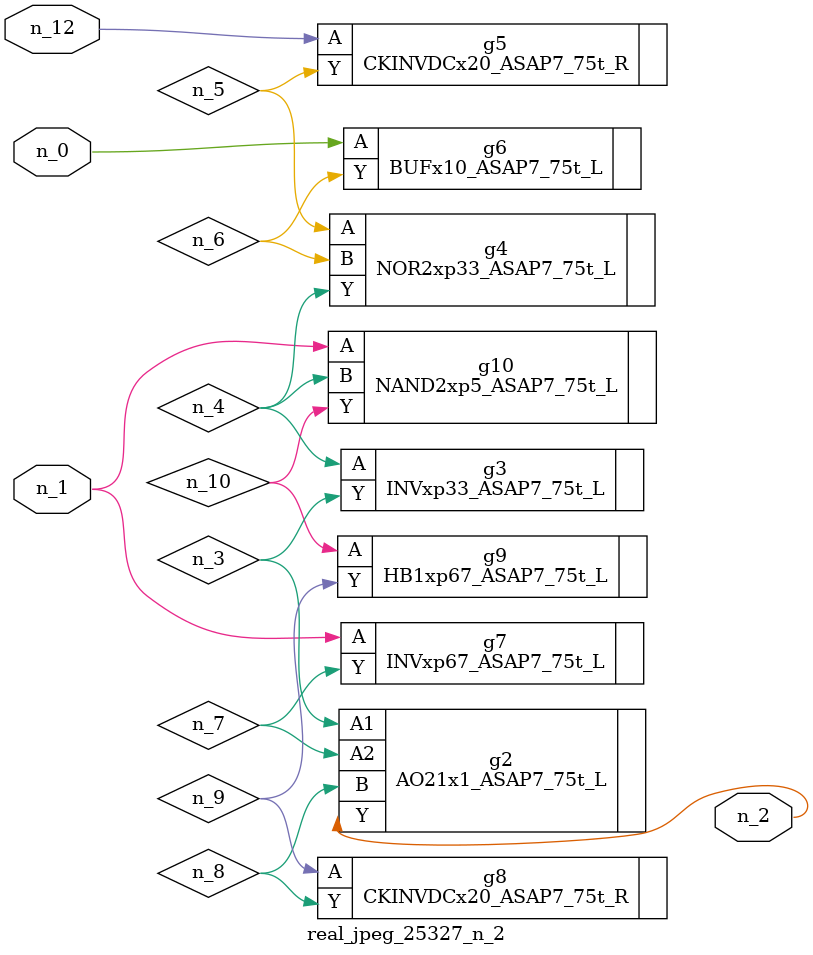
<source format=v>
module real_jpeg_25327_n_2 (n_12, n_1, n_0, n_2);

input n_12;
input n_1;
input n_0;

output n_2;

wire n_5;
wire n_4;
wire n_8;
wire n_6;
wire n_7;
wire n_3;
wire n_10;
wire n_9;

BUFx10_ASAP7_75t_L g6 ( 
.A(n_0),
.Y(n_6)
);

INVxp67_ASAP7_75t_L g7 ( 
.A(n_1),
.Y(n_7)
);

NAND2xp5_ASAP7_75t_L g10 ( 
.A(n_1),
.B(n_4),
.Y(n_10)
);

AO21x1_ASAP7_75t_L g2 ( 
.A1(n_3),
.A2(n_7),
.B(n_8),
.Y(n_2)
);

INVxp33_ASAP7_75t_L g3 ( 
.A(n_4),
.Y(n_3)
);

NOR2xp33_ASAP7_75t_L g4 ( 
.A(n_5),
.B(n_6),
.Y(n_4)
);

CKINVDCx20_ASAP7_75t_R g8 ( 
.A(n_9),
.Y(n_8)
);

HB1xp67_ASAP7_75t_L g9 ( 
.A(n_10),
.Y(n_9)
);

CKINVDCx20_ASAP7_75t_R g5 ( 
.A(n_12),
.Y(n_5)
);


endmodule
</source>
